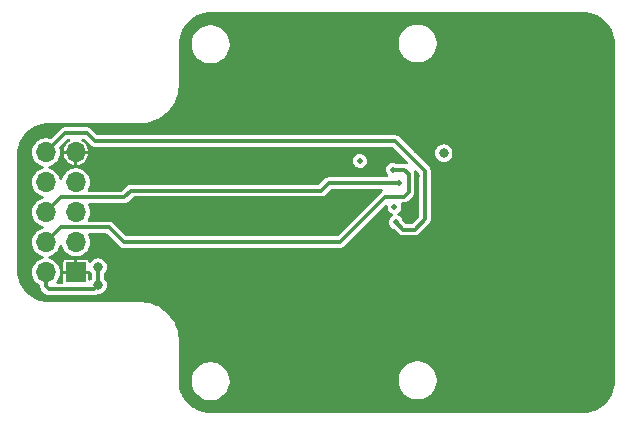
<source format=gbr>
%TF.GenerationSoftware,KiCad,Pcbnew,8.0.4*%
%TF.CreationDate,2024-07-26T08:44:17-07:00*%
%TF.ProjectId,GOLD,474f4c44-2e6b-4696-9361-645f70636258,0*%
%TF.SameCoordinates,Original*%
%TF.FileFunction,Copper,L4,Bot*%
%TF.FilePolarity,Positive*%
%FSLAX46Y46*%
G04 Gerber Fmt 4.6, Leading zero omitted, Abs format (unit mm)*
G04 Created by KiCad (PCBNEW 8.0.4) date 2024-07-26 08:44:17*
%MOMM*%
%LPD*%
G01*
G04 APERTURE LIST*
%TA.AperFunction,ComponentPad*%
%ADD10R,1.700000X1.700000*%
%TD*%
%TA.AperFunction,ComponentPad*%
%ADD11O,1.700000X1.700000*%
%TD*%
%TA.AperFunction,ViaPad*%
%ADD12C,0.800000*%
%TD*%
%TA.AperFunction,ViaPad*%
%ADD13C,0.500000*%
%TD*%
%TA.AperFunction,ViaPad*%
%ADD14C,0.350000*%
%TD*%
%TA.AperFunction,Conductor*%
%ADD15C,0.304800*%
%TD*%
%TA.AperFunction,Conductor*%
%ADD16C,0.330200*%
%TD*%
G04 APERTURE END LIST*
D10*
%TO.P,J1,1,Pin_1*%
%TO.N,GND*%
X-11391681Y9211679D03*
D11*
%TO.P,J1,2,Pin_2*%
%TO.N,+3.3V*%
X-13931681Y9211679D03*
%TO.P,J1,3,Pin_3*%
%TO.N,/GPIO0*%
X-11391681Y11751679D03*
%TO.P,J1,4,Pin_4*%
%TO.N,/GPIO5*%
X-13931681Y11751679D03*
%TO.P,J1,5,Pin_5*%
%TO.N,/GPIO1*%
X-11391681Y14291679D03*
%TO.P,J1,6,Pin_6*%
%TO.N,/GPIO4*%
X-13931681Y14291679D03*
%TO.P,J1,7,Pin_7*%
%TO.N,/GPIO2*%
X-11391681Y16831679D03*
%TO.P,J1,8,Pin_8*%
%TO.N,/GPIO3*%
X-13931681Y16831679D03*
%TO.P,J1,9,Pin_9*%
%TO.N,GND*%
X-11391681Y19371679D03*
%TO.P,J1,10,Pin_10*%
%TO.N,+5V*%
X-13931681Y19371679D03*
%TD*%
D12*
%TO.N,+3.3V*%
X19749869Y19304000D03*
X-9517481Y9652000D03*
D13*
X12656719Y18643600D03*
D12*
X-9517481Y8128000D03*
D13*
X15577719Y14732000D03*
D14*
%TO.N,GND*%
X-6850481Y14732000D03*
X17533519Y17399000D03*
D13*
X33408519Y25578641D03*
D14*
X8897519Y14859000D03*
D12*
X13977519Y11811000D03*
D13*
X33484719Y14148641D03*
X33484719Y17958641D03*
X33484719Y21768641D03*
X33408519Y29388641D03*
X20962519Y18034000D03*
D14*
X8897519Y12827000D03*
D13*
X33484719Y6528641D03*
D12*
X-5707481Y8128000D03*
D13*
X33484719Y2718641D03*
D12*
X-5707481Y9652000D03*
D14*
X8897519Y17145000D03*
D12*
X-5453481Y19304000D03*
X16955869Y20320000D03*
D14*
X-6850481Y12700000D03*
X17152519Y14224000D03*
X-6850481Y17145000D03*
D13*
X33484719Y10338641D03*
%TO.N,+5V*%
X15685869Y13462000D03*
%TO.N,/GPIO4*%
X15939869Y16764000D03*
%TO.N,/GPIO5*%
X15431869Y17907000D03*
%TD*%
D15*
%TO.N,+3.3V*%
X-13931681Y8021000D02*
X-13683081Y7772400D01*
X-9873081Y7772400D02*
X-9517481Y8128000D01*
X-13931681Y9211679D02*
X-13931681Y8021000D01*
X-13683081Y7772400D02*
X-9873081Y7772400D01*
X-9517481Y8128000D02*
X-9517481Y9652000D01*
%TO.N,+5V*%
X-10482681Y21005800D02*
X-9796881Y20320000D01*
X15628519Y20320000D02*
X18168519Y17780000D01*
X-12297560Y21005800D02*
X-10482681Y21005800D01*
X16320869Y12827000D02*
X15685869Y13462000D01*
X-9796881Y20320000D02*
X15628519Y20320000D01*
X-13931681Y19371679D02*
X-12297560Y21005800D01*
X18168519Y17780000D02*
X18168519Y13716000D01*
X18168519Y13716000D02*
X17279519Y12827000D01*
X17279519Y12827000D02*
X16320869Y12827000D01*
D16*
%TO.N,/GPIO4*%
X10023106Y16764000D02*
X15939869Y16764000D01*
X-7307681Y15544800D02*
X-6723481Y16129000D01*
X-12678560Y15544800D02*
X-7307681Y15544800D01*
X-13931681Y14291679D02*
X-12678560Y15544800D01*
X-6723481Y16129000D02*
X9388106Y16129000D01*
X9388106Y16129000D02*
X10023106Y16764000D01*
%TO.N,/GPIO5*%
X16771519Y17526000D02*
X16390519Y17907000D01*
X-12678560Y13004800D02*
X-8552281Y13004800D01*
X14796869Y15621000D02*
X16390519Y15621000D01*
X-8552281Y13004800D02*
X-7299160Y11751679D01*
X16390519Y17907000D02*
X15431869Y17907000D01*
X-13931681Y11751679D02*
X-12678560Y13004800D01*
X-7299160Y11751679D02*
X10927548Y11751679D01*
X16390519Y15621000D02*
X16771519Y16002000D01*
X10927548Y11751679D02*
X14796869Y15621000D01*
X16771519Y16002000D02*
X16771519Y17526000D01*
%TD*%
%TA.AperFunction,Conductor*%
%TO.N,GND*%
G36*
X-10221951Y9351046D02*
G01*
X-10165115Y9308500D01*
X-10159294Y9300025D01*
X-10092381Y9193534D01*
X-10092380Y9193533D01*
X-10037485Y9138638D01*
X-10003461Y9076328D01*
X-10000581Y9049544D01*
X-10000581Y8730457D01*
X-10020583Y8662336D01*
X-10037486Y8641362D01*
X-10092377Y8586472D01*
X-10092380Y8586468D01*
X-10105795Y8565118D01*
X-10158975Y8518081D01*
X-10229142Y8507262D01*
X-10294020Y8536097D01*
X-10333009Y8595429D01*
X-10338481Y8632156D01*
X-10338481Y9084679D01*
X-10908073Y9084679D01*
X-10891681Y9145853D01*
X-10891681Y9277505D01*
X-10908073Y9338679D01*
X-10324686Y9338679D01*
X-10292767Y9356109D01*
X-10221951Y9351046D01*
G37*
%TD.AperFunction*%
%TA.AperFunction,Conductor*%
G36*
X14524135Y16248198D02*
G01*
X14570628Y16194542D01*
X14580732Y16124268D01*
X14551238Y16059688D01*
X14519014Y16033081D01*
X14492444Y16017742D01*
X14492440Y16017738D01*
X10759085Y12284384D01*
X10696773Y12250358D01*
X10669990Y12247479D01*
X-7041603Y12247479D01*
X-7109724Y12267481D01*
X-7130694Y12284380D01*
X-8247852Y13401539D01*
X-8247854Y13401540D01*
X-8247856Y13401542D01*
X-8360908Y13466812D01*
X-8360911Y13466813D01*
X-8458283Y13492904D01*
X-8458284Y13492904D01*
X-8487004Y13500600D01*
X-8487007Y13500600D01*
X-8487008Y13500600D01*
X-10263118Y13500600D01*
X-10331239Y13520602D01*
X-10377732Y13574258D01*
X-10387836Y13644532D01*
X-10375911Y13682758D01*
X-10285995Y13863334D01*
X-10226113Y14073797D01*
X-10205923Y14291679D01*
X-10226113Y14509561D01*
X-10285995Y14720024D01*
X-10359099Y14866838D01*
X-10371557Y14936732D01*
X-10344250Y15002267D01*
X-10285847Y15042636D01*
X-10246308Y15049000D01*
X-7242408Y15049000D01*
X-7242407Y15049000D01*
X-7179359Y15065894D01*
X-7179357Y15065894D01*
X-7157359Y15071789D01*
X-7116309Y15082788D01*
X-7042849Y15125200D01*
X-7003252Y15148061D01*
X-6555019Y15596296D01*
X-6492706Y15630320D01*
X-6465923Y15633200D01*
X9453379Y15633200D01*
X9453380Y15633200D01*
X9519731Y15650979D01*
X9579478Y15666988D01*
X9636006Y15699625D01*
X9692535Y15732261D01*
X10191568Y16231296D01*
X10253881Y16265320D01*
X10280664Y16268200D01*
X14456014Y16268200D01*
X14524135Y16248198D01*
G37*
%TD.AperFunction*%
%TA.AperFunction,Conductor*%
G36*
X17416915Y17838597D02*
G01*
X17450956Y17814356D01*
X17648514Y17616798D01*
X17682540Y17554486D01*
X17685419Y17527703D01*
X17685419Y13968297D01*
X17665417Y13900176D01*
X17648514Y13879202D01*
X17116317Y13347005D01*
X17054005Y13312979D01*
X17027222Y13310100D01*
X16573166Y13310100D01*
X16505045Y13330102D01*
X16484070Y13347005D01*
X16287041Y13544035D01*
X16253016Y13606347D01*
X16251997Y13612193D01*
X16251622Y13613592D01*
X16251621Y13613594D01*
X16229311Y13667458D01*
X16193111Y13754855D01*
X16100029Y13876161D01*
X15978724Y13969243D01*
X15893857Y14004394D01*
X15838576Y14048941D01*
X15816154Y14116304D01*
X15833711Y14185096D01*
X15865370Y14220765D01*
X15991879Y14317840D01*
X16084961Y14439145D01*
X16114127Y14509561D01*
X16143472Y14580407D01*
X16163430Y14732000D01*
X16143472Y14883593D01*
X16129055Y14918399D01*
X16115559Y14950983D01*
X16107970Y15021573D01*
X16139750Y15085060D01*
X16200809Y15121286D01*
X16231968Y15125200D01*
X16455792Y15125200D01*
X16455793Y15125200D01*
X16534016Y15146160D01*
X16581891Y15158988D01*
X16674923Y15212700D01*
X16694948Y15224261D01*
X17168257Y15697571D01*
X17179316Y15716726D01*
X17188288Y15732263D01*
X17233530Y15810626D01*
X17243875Y15849230D01*
X17251441Y15877473D01*
X17267319Y15936726D01*
X17267319Y16067273D01*
X17267319Y17591273D01*
X17267319Y17591276D01*
X17264294Y17602560D01*
X17264294Y17602572D01*
X17264292Y17602571D01*
X17240155Y17692649D01*
X17241844Y17763625D01*
X17281637Y17822422D01*
X17346902Y17850370D01*
X17416915Y17838597D01*
G37*
%TD.AperFunction*%
%TA.AperFunction,Conductor*%
G36*
X-11907383Y20502698D02*
G01*
X-11860890Y20449042D01*
X-11850786Y20378768D01*
X-11880280Y20314188D01*
X-11916108Y20285578D01*
X-11979640Y20251620D01*
X-12140009Y20120007D01*
X-12271622Y19959638D01*
X-12369419Y19776672D01*
X-12429644Y19578135D01*
X-12437469Y19498680D01*
X-12437468Y19498679D01*
X-11875289Y19498679D01*
X-11891681Y19437505D01*
X-11891681Y19305853D01*
X-11875289Y19244679D01*
X-12437468Y19244679D01*
X-12429644Y19165224D01*
X-12369419Y18966687D01*
X-12271622Y18783721D01*
X-12140009Y18623352D01*
X-11979640Y18491739D01*
X-11796674Y18393942D01*
X-11598137Y18333717D01*
X-11518682Y18325892D01*
X-11518681Y18325893D01*
X-11518681Y18888071D01*
X-11457507Y18871679D01*
X-11325855Y18871679D01*
X-11264681Y18888071D01*
X-11264681Y18325892D01*
X-11185226Y18333717D01*
X-10986689Y18393942D01*
X-10803723Y18491739D01*
X-10643354Y18623352D01*
X-10626736Y18643601D01*
X12071008Y18643601D01*
X12071008Y18643600D01*
X12090966Y18492007D01*
X12149476Y18350745D01*
X12242558Y18229440D01*
X12363863Y18136358D01*
X12452942Y18099462D01*
X12505126Y18077847D01*
X12656719Y18057889D01*
X12808312Y18077847D01*
X12897391Y18114745D01*
X12949574Y18136358D01*
X13070879Y18229440D01*
X13163961Y18350745D01*
X13185574Y18402928D01*
X13222472Y18492007D01*
X13242430Y18643600D01*
X13222472Y18795193D01*
X13176677Y18905754D01*
X13163961Y18936455D01*
X13070879Y19057761D01*
X12949574Y19150843D01*
X12808312Y19209353D01*
X12656719Y19229311D01*
X12505125Y19209353D01*
X12363864Y19150843D01*
X12242558Y19057761D01*
X12149476Y18936455D01*
X12090966Y18795194D01*
X12071008Y18643601D01*
X-10626736Y18643601D01*
X-10511741Y18783721D01*
X-10413944Y18966687D01*
X-10353719Y19165224D01*
X-10345894Y19244679D01*
X-10908073Y19244679D01*
X-10891681Y19305853D01*
X-10891681Y19437505D01*
X-10908073Y19498679D01*
X-10345894Y19498679D01*
X-10345894Y19498680D01*
X-10353719Y19578135D01*
X-10413944Y19776672D01*
X-10511741Y19959638D01*
X-10643354Y20120007D01*
X-10803723Y20251620D01*
X-10867254Y20285578D01*
X-10917902Y20335330D01*
X-10933612Y20404567D01*
X-10909396Y20471306D01*
X-10852942Y20514358D01*
X-10807858Y20522700D01*
X-10734979Y20522700D01*
X-10666858Y20502698D01*
X-10645884Y20485796D01*
X-10187863Y20027776D01*
X-10187842Y20027753D01*
X-10093519Y19933430D01*
X-10093515Y19933427D01*
X-10093512Y19933424D01*
X-9983351Y19869822D01*
X-9950428Y19861001D01*
X-9860481Y19836899D01*
X-9860480Y19836899D01*
X-9725562Y19836899D01*
X-9725546Y19836900D01*
X15376222Y19836900D01*
X15444343Y19816898D01*
X15465317Y19799995D01*
X16678873Y18586439D01*
X16712899Y18524127D01*
X16707834Y18453312D01*
X16665287Y18396476D01*
X16598767Y18371665D01*
X16557168Y18375637D01*
X16512147Y18387700D01*
X16479394Y18396476D01*
X16455793Y18402800D01*
X16455792Y18402800D01*
X15777410Y18402800D01*
X15729193Y18412391D01*
X15583462Y18472753D01*
X15431869Y18492711D01*
X15280275Y18472753D01*
X15139014Y18414243D01*
X15017708Y18321161D01*
X14924626Y18199855D01*
X14866116Y18058594D01*
X14846158Y17907001D01*
X14846158Y17907000D01*
X14866116Y17755407D01*
X14924626Y17614145D01*
X15017707Y17492841D01*
X15026934Y17485761D01*
X15068800Y17428423D01*
X15073021Y17357552D01*
X15038255Y17295649D01*
X14975542Y17262369D01*
X14950228Y17259800D01*
X10088380Y17259800D01*
X9957833Y17259800D01*
X9831735Y17226013D01*
X9831733Y17226012D01*
X9831730Y17226011D01*
X9718681Y17160742D01*
X9718675Y17160737D01*
X9219642Y16661704D01*
X9157330Y16627679D01*
X9130547Y16624800D01*
X-6658207Y16624800D01*
X-6788754Y16624800D01*
X-6914852Y16591013D01*
X-6914854Y16591012D01*
X-6914857Y16591011D01*
X-7027906Y16525742D01*
X-7027912Y16525737D01*
X-7476145Y16077504D01*
X-7538457Y16043479D01*
X-7565240Y16040600D01*
X-10263118Y16040600D01*
X-10331239Y16060602D01*
X-10377732Y16114258D01*
X-10387836Y16184532D01*
X-10375911Y16222758D01*
X-10285995Y16403334D01*
X-10226113Y16613797D01*
X-10205923Y16831679D01*
X-10226113Y17049561D01*
X-10285995Y17260024D01*
X-10383529Y17455900D01*
X-10411425Y17492840D01*
X-10515394Y17630519D01*
X-10677101Y17777934D01*
X-10863137Y17893123D01*
X-10863141Y17893125D01*
X-10863143Y17893126D01*
X-10988137Y17941549D01*
X-11067182Y17972171D01*
X-11282273Y18012379D01*
X-11501089Y18012379D01*
X-11501090Y18012379D01*
X-11716181Y17972171D01*
X-11874271Y17910927D01*
X-11920219Y17893126D01*
X-11920220Y17893126D01*
X-11920221Y17893125D01*
X-11920226Y17893123D01*
X-12106262Y17777934D01*
X-12267969Y17630519D01*
X-12399831Y17455904D01*
X-12497367Y17260024D01*
X-12497369Y17260019D01*
X-12540491Y17108459D01*
X-12578372Y17048413D01*
X-12642702Y17018379D01*
X-12713059Y17027892D01*
X-12767103Y17073932D01*
X-12782871Y17108459D01*
X-12825995Y17260024D01*
X-12923529Y17455900D01*
X-12951425Y17492840D01*
X-13055394Y17630519D01*
X-13217101Y17777934D01*
X-13403137Y17893123D01*
X-13403141Y17893125D01*
X-13403143Y17893126D01*
X-13528137Y17941549D01*
X-13607182Y17972171D01*
X-13613679Y17973386D01*
X-13637430Y17977826D01*
X-13700712Y18010003D01*
X-13736554Y18071288D01*
X-13733573Y18142222D01*
X-13692715Y18200284D01*
X-13637430Y18225533D01*
X-13607183Y18231187D01*
X-13403143Y18310232D01*
X-13217102Y18425424D01*
X-13055395Y18572839D01*
X-13044616Y18587112D01*
X-12937389Y18729105D01*
X-12923529Y18747458D01*
X-12825995Y18943334D01*
X-12766113Y19153797D01*
X-12745923Y19371679D01*
X-12752287Y19440352D01*
X-12766113Y19589558D01*
X-12766113Y19589561D01*
X-12804433Y19724242D01*
X-12803837Y19795233D01*
X-12772340Y19847815D01*
X-12134357Y20485796D01*
X-12072045Y20519821D01*
X-12045262Y20522700D01*
X-11975504Y20522700D01*
X-11907383Y20502698D01*
G37*
%TD.AperFunction*%
%TA.AperFunction,Conductor*%
G36*
X31555044Y31222663D02*
G01*
X31846703Y31206283D01*
X31860739Y31204702D01*
X32145244Y31156362D01*
X32159002Y31153222D01*
X32436309Y31073331D01*
X32449640Y31068666D01*
X32716249Y30958232D01*
X32728979Y30952101D01*
X32981548Y30812512D01*
X32993498Y30805003D01*
X33215277Y30647641D01*
X33228854Y30638008D01*
X33239901Y30629198D01*
X33455069Y30436910D01*
X33465051Y30426929D01*
X33657359Y30211735D01*
X33666150Y30200711D01*
X33801249Y30010306D01*
X33833148Y29965349D01*
X33840665Y29953385D01*
X33980247Y29700827D01*
X33986378Y29688097D01*
X34096810Y29421488D01*
X34101477Y29408151D01*
X34181363Y29130855D01*
X34184507Y29117079D01*
X34232842Y28832586D01*
X34234424Y28818545D01*
X34250820Y28526556D01*
X34251018Y28519492D01*
X34251018Y28465619D01*
X34251019Y28465606D01*
X34251019Y55326D01*
X34251018Y55308D01*
X34251018Y3535D01*
X34250820Y-3529D01*
X34234443Y-295187D01*
X34232861Y-309228D01*
X34184526Y-593722D01*
X34181382Y-607498D01*
X34101495Y-884797D01*
X34096828Y-898134D01*
X33986395Y-1164745D01*
X33980264Y-1177475D01*
X33840676Y-1430043D01*
X33833164Y-1441999D01*
X33666173Y-1677354D01*
X33657363Y-1688401D01*
X33465079Y-1903568D01*
X33455088Y-1913560D01*
X33239913Y-2105853D01*
X33228866Y-2114663D01*
X32993512Y-2281656D01*
X32981548Y-2289173D01*
X32728986Y-2428760D01*
X32716256Y-2434891D01*
X32449650Y-2545324D01*
X32436312Y-2549991D01*
X32159015Y-2629879D01*
X32145240Y-2633023D01*
X31860743Y-2681361D01*
X31846702Y-2682943D01*
X31555418Y-2699302D01*
X31548353Y-2699500D01*
X3540Y-2699500D01*
X-3525Y-2699302D01*
X-13780Y-2698726D01*
X-295179Y-2682921D01*
X-309219Y-2681339D01*
X-593720Y-2632999D01*
X-607496Y-2629854D01*
X-884777Y-2549968D01*
X-898107Y-2545305D01*
X-1164725Y-2434867D01*
X-1177452Y-2428737D01*
X-1430020Y-2289144D01*
X-1441983Y-2281627D01*
X-1677324Y-2114641D01*
X-1688371Y-2105831D01*
X-1903538Y-1913544D01*
X-1913529Y-1903553D01*
X-2105821Y-1688376D01*
X-2114619Y-1677344D01*
X-2281614Y-1441984D01*
X-2289127Y-1430026D01*
X-2428717Y-1177451D01*
X-2434847Y-1164721D01*
X-2545273Y-898125D01*
X-2549937Y-884797D01*
X-2629828Y-607481D01*
X-2632968Y-593722D01*
X-2681305Y-309221D01*
X-2682886Y-295184D01*
X-2699274Y-3342D01*
X-2699469Y4473D01*
X-2699199Y48494D01*
X-2698723Y126277D01*
X-1596981Y126277D01*
X-1596981Y-126277D01*
X-1557472Y-375721D01*
X-1557471Y-375725D01*
X-1482166Y-607493D01*
X-1479429Y-615914D01*
X-1364772Y-840941D01*
X-1216325Y-1045261D01*
X-1216323Y-1045263D01*
X-1216321Y-1045266D01*
X-1037748Y-1223839D01*
X-1037745Y-1223841D01*
X-1037742Y-1223844D01*
X-833422Y-1372291D01*
X-608395Y-1486948D01*
X-368202Y-1564991D01*
X-118758Y-1604500D01*
X-118755Y-1604500D01*
X133793Y-1604500D01*
X133796Y-1604500D01*
X383240Y-1564991D01*
X623433Y-1486948D01*
X848460Y-1372291D01*
X1052780Y-1223844D01*
X1231363Y-1045261D01*
X1379810Y-840941D01*
X1494467Y-615914D01*
X1572510Y-375721D01*
X1612019Y-126277D01*
X1612019Y126277D01*
X1603840Y177918D01*
X15929019Y177918D01*
X15929019Y-74636D01*
X15966176Y-309228D01*
X15968529Y-324084D01*
X16031216Y-517017D01*
X16046571Y-564273D01*
X16161228Y-789300D01*
X16309675Y-993620D01*
X16309677Y-993622D01*
X16309679Y-993625D01*
X16488252Y-1172198D01*
X16488255Y-1172200D01*
X16488258Y-1172203D01*
X16692578Y-1320650D01*
X16917605Y-1435307D01*
X17157798Y-1513350D01*
X17407242Y-1552859D01*
X17407245Y-1552859D01*
X17659793Y-1552859D01*
X17659796Y-1552859D01*
X17909240Y-1513350D01*
X18149433Y-1435307D01*
X18374460Y-1320650D01*
X18578780Y-1172203D01*
X18757363Y-993620D01*
X18905810Y-789300D01*
X19020467Y-564273D01*
X19098510Y-324080D01*
X19138019Y-74636D01*
X19138019Y177918D01*
X19098510Y427362D01*
X19020467Y667555D01*
X18905810Y892582D01*
X18757363Y1096902D01*
X18757360Y1096905D01*
X18757358Y1096908D01*
X18578785Y1275481D01*
X18578782Y1275483D01*
X18578780Y1275485D01*
X18374460Y1423932D01*
X18149433Y1538589D01*
X18149430Y1538590D01*
X18149428Y1538591D01*
X17909244Y1616631D01*
X17909242Y1616632D01*
X17909240Y1616632D01*
X17659796Y1656141D01*
X17407242Y1656141D01*
X17157798Y1616632D01*
X17157796Y1616632D01*
X17157793Y1616631D01*
X16917609Y1538591D01*
X16917603Y1538588D01*
X16692574Y1423930D01*
X16488255Y1275483D01*
X16488252Y1275481D01*
X16309679Y1096908D01*
X16309677Y1096905D01*
X16161230Y892586D01*
X16046572Y667557D01*
X16046569Y667551D01*
X15968529Y427367D01*
X15968528Y427364D01*
X15968528Y427362D01*
X15929019Y177918D01*
X1603840Y177918D01*
X1572510Y375721D01*
X1494467Y615914D01*
X1379810Y840941D01*
X1231363Y1045261D01*
X1231360Y1045264D01*
X1231358Y1045267D01*
X1052785Y1223840D01*
X1052782Y1223842D01*
X1052780Y1223844D01*
X848460Y1372291D01*
X623433Y1486948D01*
X623430Y1486949D01*
X623428Y1486950D01*
X383244Y1564990D01*
X383242Y1564991D01*
X383240Y1564991D01*
X133796Y1604500D01*
X-118758Y1604500D01*
X-368202Y1564991D01*
X-368204Y1564991D01*
X-368207Y1564990D01*
X-608391Y1486950D01*
X-608397Y1486947D01*
X-833426Y1372289D01*
X-1037745Y1223842D01*
X-1037748Y1223840D01*
X-1216321Y1045267D01*
X-1216323Y1045264D01*
X-1364770Y840945D01*
X-1479428Y615916D01*
X-1479431Y615910D01*
X-1557471Y375726D01*
X-1557472Y375723D01*
X-1557472Y375721D01*
X-1596981Y126277D01*
X-2698723Y126277D01*
X-2679186Y3318941D01*
X-2678993Y3321249D01*
X-2678831Y3376611D01*
X-2678830Y3377013D01*
X-2678818Y3379016D01*
X-2678592Y3415861D01*
X-2678594Y3415867D01*
X-2678555Y3422173D01*
X-2678752Y3425376D01*
X-2678398Y3550302D01*
X-2713635Y3894584D01*
X-2713635Y3894588D01*
X-2784733Y4233282D01*
X-2890907Y4562669D01*
X-2890913Y4562685D01*
X-2970110Y4741593D01*
X-3030995Y4879136D01*
X-3203451Y5179187D01*
X-3406381Y5459529D01*
X-3637552Y5717078D01*
X-3637559Y5717085D01*
X-3894413Y5948993D01*
X-3894424Y5949003D01*
X-4076460Y6081586D01*
X-4174163Y6152747D01*
X-4174165Y6152749D01*
X-4174170Y6152752D01*
X-4174174Y6152755D01*
X-4174181Y6152759D01*
X-4473718Y6326086D01*
X-4473722Y6326088D01*
X-4575800Y6371632D01*
X-4789766Y6467097D01*
X-4789772Y6467099D01*
X-4789781Y6467103D01*
X-5118848Y6574237D01*
X-5118857Y6574240D01*
X-5457322Y6646323D01*
X-5457333Y6646325D01*
X-5457334Y6646325D01*
X-5457337Y6646326D01*
X-5457341Y6646326D01*
X-5801514Y6682571D01*
X-5926750Y6682584D01*
X-5926822Y6682588D01*
X-5934993Y6682588D01*
X-5974551Y6682588D01*
X-5974557Y6682589D01*
X-6022147Y6682589D01*
X-6022148Y6682589D01*
X-6032296Y6682589D01*
X-6032308Y6682588D01*
X-13622484Y6682588D01*
X-13622496Y6682589D01*
X-13676705Y6682589D01*
X-13683768Y6682787D01*
X-13975427Y6699162D01*
X-13989468Y6700744D01*
X-14273965Y6749077D01*
X-14287741Y6752221D01*
X-14500736Y6813581D01*
X-14565045Y6832108D01*
X-14578374Y6836772D01*
X-14681509Y6879490D01*
X-14844983Y6947202D01*
X-14857714Y6953332D01*
X-15110285Y7092920D01*
X-15122249Y7100438D01*
X-15357597Y7267423D01*
X-15368644Y7276233D01*
X-15583822Y7468526D01*
X-15593813Y7478517D01*
X-15786108Y7693693D01*
X-15794918Y7704740D01*
X-15961904Y7940082D01*
X-15969422Y7952046D01*
X-15972381Y7957399D01*
X-16109013Y8204615D01*
X-16115144Y8217346D01*
X-16210289Y8447045D01*
X-16225578Y8483956D01*
X-16230244Y8497290D01*
X-16233117Y8507262D01*
X-16310134Y8774597D01*
X-16313274Y8788355D01*
X-16361615Y9072863D01*
X-16363196Y9086903D01*
X-16370203Y9211675D01*
X-16379537Y9377904D01*
X-16379735Y9384968D01*
X-16379735Y19141630D01*
X-16379537Y19148694D01*
X-16370022Y19318138D01*
X-16367015Y19371684D01*
X-15117439Y19371684D01*
X-15117439Y19371675D01*
X-15097250Y19153801D01*
X-15097250Y19153798D01*
X-15097249Y19153797D01*
X-15037367Y18943334D01*
X-14939833Y18747458D01*
X-14939832Y18747457D01*
X-14939831Y18747455D01*
X-14807969Y18572840D01*
X-14646262Y18425425D01*
X-14460226Y18310236D01*
X-14460225Y18310236D01*
X-14460219Y18310232D01*
X-14256179Y18231187D01*
X-14256176Y18231186D01*
X-14225936Y18225533D01*
X-14162651Y18193354D01*
X-14126809Y18132069D01*
X-14129790Y18061135D01*
X-14170648Y18003074D01*
X-14225936Y17977825D01*
X-14256176Y17972173D01*
X-14416994Y17909872D01*
X-14460219Y17893126D01*
X-14460220Y17893126D01*
X-14460221Y17893125D01*
X-14460226Y17893123D01*
X-14646262Y17777934D01*
X-14807969Y17630519D01*
X-14939831Y17455904D01*
X-15037367Y17260024D01*
X-15037369Y17260019D01*
X-15097250Y17049558D01*
X-15117439Y16831684D01*
X-15117439Y16831675D01*
X-15097250Y16613801D01*
X-15097250Y16613798D01*
X-15097249Y16613797D01*
X-15037367Y16403334D01*
X-14939833Y16207458D01*
X-14939832Y16207457D01*
X-14939831Y16207455D01*
X-14807969Y16032840D01*
X-14646262Y15885425D01*
X-14460226Y15770236D01*
X-14460225Y15770236D01*
X-14460219Y15770232D01*
X-14272650Y15697568D01*
X-14256176Y15691186D01*
X-14225936Y15685533D01*
X-14162651Y15653354D01*
X-14126809Y15592069D01*
X-14129790Y15521135D01*
X-14170648Y15463074D01*
X-14225936Y15437825D01*
X-14256176Y15432173D01*
X-14416994Y15369872D01*
X-14460219Y15353126D01*
X-14460220Y15353126D01*
X-14460221Y15353125D01*
X-14460226Y15353123D01*
X-14646262Y15237934D01*
X-14807969Y15090519D01*
X-14939831Y14915904D01*
X-15037367Y14720024D01*
X-15037369Y14720019D01*
X-15097250Y14509558D01*
X-15117439Y14291684D01*
X-15117439Y14291675D01*
X-15097250Y14073801D01*
X-15041017Y13876160D01*
X-15037367Y13863334D01*
X-14939833Y13667458D01*
X-14939832Y13667457D01*
X-14939831Y13667455D01*
X-14807969Y13492840D01*
X-14646262Y13345425D01*
X-14460226Y13230236D01*
X-14460225Y13230236D01*
X-14460219Y13230232D01*
X-14256179Y13151187D01*
X-14256176Y13151186D01*
X-14225936Y13145533D01*
X-14162651Y13113354D01*
X-14126809Y13052069D01*
X-14129790Y12981135D01*
X-14170648Y12923074D01*
X-14225936Y12897825D01*
X-14256176Y12892173D01*
X-14416994Y12829872D01*
X-14460219Y12813126D01*
X-14460220Y12813126D01*
X-14460221Y12813125D01*
X-14460226Y12813123D01*
X-14646262Y12697934D01*
X-14807969Y12550519D01*
X-14939831Y12375904D01*
X-15037367Y12180024D01*
X-15037369Y12180019D01*
X-15097250Y11969558D01*
X-15117439Y11751684D01*
X-15117439Y11751675D01*
X-15097250Y11533801D01*
X-15046362Y11354946D01*
X-15037367Y11323334D01*
X-14939833Y11127458D01*
X-14939832Y11127457D01*
X-14939831Y11127455D01*
X-14807969Y10952840D01*
X-14646262Y10805425D01*
X-14460226Y10690236D01*
X-14460225Y10690236D01*
X-14460219Y10690232D01*
X-14256179Y10611187D01*
X-14256176Y10611186D01*
X-14225936Y10605533D01*
X-14162651Y10573354D01*
X-14126809Y10512069D01*
X-14129790Y10441135D01*
X-14170648Y10383074D01*
X-14225936Y10357825D01*
X-14256176Y10352173D01*
X-14416994Y10289872D01*
X-14460219Y10273126D01*
X-14460220Y10273126D01*
X-14460221Y10273125D01*
X-14460226Y10273123D01*
X-14646262Y10157934D01*
X-14807969Y10010519D01*
X-14939831Y9835904D01*
X-15037367Y9640024D01*
X-15037369Y9640019D01*
X-15097250Y9429558D01*
X-15117439Y9211684D01*
X-15117439Y9211675D01*
X-15097250Y8993801D01*
X-15097250Y8993798D01*
X-15097249Y8993797D01*
X-15037367Y8783334D01*
X-14939833Y8587458D01*
X-14939832Y8587457D01*
X-14939831Y8587455D01*
X-14807969Y8412840D01*
X-14646260Y8265424D01*
X-14646259Y8265423D01*
X-14474451Y8159044D01*
X-14427063Y8106178D01*
X-14414781Y8051917D01*
X-14414781Y7957399D01*
X-14381859Y7834530D01*
X-14381858Y7834528D01*
X-14381857Y7834526D01*
X-14318260Y7724373D01*
X-14318258Y7724371D01*
X-14318257Y7724369D01*
X-14069658Y7475770D01*
X-14069657Y7475769D01*
X-13979712Y7385824D01*
X-13869551Y7322222D01*
X-13746682Y7289300D01*
X-13746681Y7289300D01*
X-9809482Y7289300D01*
X-9809480Y7289300D01*
X-9686611Y7322222D01*
X-9592795Y7376388D01*
X-9523805Y7393124D01*
X-9518214Y7392676D01*
X-9517484Y7392676D01*
X-9517483Y7392677D01*
X-9517481Y7392676D01*
X-9353856Y7411112D01*
X-9198436Y7465496D01*
X-9059014Y7553101D01*
X-8942582Y7669533D01*
X-8854977Y7808955D01*
X-8800593Y7964375D01*
X-8782157Y8128000D01*
X-8800593Y8291625D01*
X-8854977Y8447045D01*
X-8942582Y8586467D01*
X-8942586Y8586471D01*
X-8942586Y8586472D01*
X-8997476Y8641362D01*
X-9031502Y8703674D01*
X-9034381Y8730457D01*
X-9034381Y9049544D01*
X-9014379Y9117665D01*
X-8997481Y9138635D01*
X-8942582Y9193533D01*
X-8854977Y9332955D01*
X-8800593Y9488375D01*
X-8782157Y9652000D01*
X-8800593Y9815625D01*
X-8854977Y9971045D01*
X-8942582Y10110467D01*
X-8942586Y10110471D01*
X-8942586Y10110472D01*
X-9059010Y10226896D01*
X-9059013Y10226898D01*
X-9059014Y10226899D01*
X-9138062Y10276569D01*
X-9198437Y10314505D01*
X-9322240Y10357825D01*
X-9353856Y10368888D01*
X-9517481Y10387324D01*
X-9681106Y10368888D01*
X-9681109Y10368888D01*
X-9681109Y10368887D01*
X-9836526Y10314505D01*
X-9930314Y10255574D01*
X-9975948Y10226899D01*
X-9975950Y10226898D01*
X-9975952Y10226896D01*
X-9975953Y10226896D01*
X-10092377Y10110472D01*
X-10092380Y10110468D01*
X-10115171Y10074197D01*
X-10168351Y10027160D01*
X-10238518Y10016341D01*
X-10303396Y10045176D01*
X-10342386Y10104508D01*
X-10345436Y10116656D01*
X-10350271Y10140965D01*
X-10395182Y10208179D01*
X-10462395Y10253089D01*
X-10521667Y10264879D01*
X-11264681Y10264879D01*
X-11264681Y9695288D01*
X-11325855Y9711679D01*
X-11457507Y9711679D01*
X-11518681Y9695288D01*
X-11518681Y10264879D01*
X-12261696Y10264879D01*
X-12320968Y10253089D01*
X-12388181Y10208179D01*
X-12433091Y10140966D01*
X-12444881Y10081694D01*
X-12444881Y9338679D01*
X-11875289Y9338679D01*
X-11891681Y9277505D01*
X-11891681Y9145853D01*
X-11875289Y9084679D01*
X-12444881Y9084679D01*
X-12444881Y8381500D01*
X-12464883Y8313379D01*
X-12518539Y8266886D01*
X-12570881Y8255500D01*
X-12921169Y8255500D01*
X-12989290Y8275502D01*
X-13035783Y8329158D01*
X-13045887Y8399432D01*
X-13021719Y8457432D01*
X-12962315Y8536097D01*
X-12923529Y8587458D01*
X-12825995Y8783334D01*
X-12766113Y8993797D01*
X-12752023Y9145853D01*
X-12745923Y9211675D01*
X-12745923Y9211684D01*
X-12766113Y9429558D01*
X-12766113Y9429561D01*
X-12825995Y9640024D01*
X-12923529Y9835900D01*
X-12923532Y9835904D01*
X-13055394Y10010519D01*
X-13217101Y10157934D01*
X-13403137Y10273123D01*
X-13403141Y10273125D01*
X-13403143Y10273126D01*
X-13528137Y10321549D01*
X-13607182Y10352171D01*
X-13613679Y10353386D01*
X-13637430Y10357826D01*
X-13700712Y10390003D01*
X-13736554Y10451288D01*
X-13733573Y10522222D01*
X-13692715Y10580284D01*
X-13637430Y10605533D01*
X-13607183Y10611187D01*
X-13403143Y10690232D01*
X-13217102Y10805424D01*
X-13055395Y10952839D01*
X-12923529Y11127458D01*
X-12825995Y11323334D01*
X-12782871Y11474900D01*
X-12744990Y11534946D01*
X-12680660Y11564980D01*
X-12610303Y11555467D01*
X-12556259Y11509427D01*
X-12540491Y11474899D01*
X-12506361Y11354942D01*
X-12497367Y11323334D01*
X-12399833Y11127458D01*
X-12399832Y11127457D01*
X-12399831Y11127455D01*
X-12267969Y10952840D01*
X-12106262Y10805425D01*
X-11920226Y10690236D01*
X-11920225Y10690236D01*
X-11920219Y10690232D01*
X-11716179Y10611187D01*
X-11501089Y10570979D01*
X-11501085Y10570979D01*
X-11282277Y10570979D01*
X-11282273Y10570979D01*
X-11067183Y10611187D01*
X-10863143Y10690232D01*
X-10677102Y10805424D01*
X-10515395Y10952839D01*
X-10383529Y11127458D01*
X-10285995Y11323334D01*
X-10226113Y11533797D01*
X-10205923Y11751679D01*
X-10226113Y11969561D01*
X-10285995Y12180024D01*
X-10359099Y12326838D01*
X-10371557Y12396732D01*
X-10344250Y12462267D01*
X-10285847Y12502636D01*
X-10246308Y12509000D01*
X-8809839Y12509000D01*
X-8741718Y12488998D01*
X-8720744Y12472095D01*
X-8000332Y11751684D01*
X-7695899Y11447251D01*
X-7603588Y11354940D01*
X-7603587Y11354939D01*
X-7603585Y11354938D01*
X-7548855Y11323340D01*
X-7490532Y11289667D01*
X-7490526Y11289666D01*
X-7490525Y11289665D01*
X-7427484Y11272773D01*
X-7427483Y11272773D01*
X-7364434Y11255879D01*
X-7364433Y11255879D01*
X10992821Y11255879D01*
X10992822Y11255879D01*
X11055870Y11272773D01*
X11055872Y11272773D01*
X11105591Y11286096D01*
X11118920Y11289667D01*
X11177233Y11323334D01*
X11231977Y11354940D01*
X14787607Y14910572D01*
X14849917Y14944595D01*
X14920732Y14939531D01*
X14977568Y14896984D01*
X15002379Y14830464D01*
X15001622Y14805029D01*
X14992008Y14732002D01*
X14992008Y14732000D01*
X15011966Y14580407D01*
X15070476Y14439145D01*
X15163558Y14317840D01*
X15284863Y14224758D01*
X15369731Y14189606D01*
X15425012Y14145059D01*
X15447434Y14077696D01*
X15429877Y14008904D01*
X15398218Y13973235D01*
X15271708Y13876161D01*
X15178626Y13754855D01*
X15120116Y13613594D01*
X15100158Y13462001D01*
X15100158Y13462000D01*
X15120116Y13310407D01*
X15178626Y13169145D01*
X15271708Y13047840D01*
X15393013Y12954758D01*
X15492902Y12913385D01*
X15534276Y12896247D01*
X15534277Y12896247D01*
X15542254Y12894109D01*
X15541690Y12892007D01*
X15596112Y12867932D01*
X15603834Y12860828D01*
X15929887Y12534776D01*
X15929908Y12534753D01*
X16024231Y12440430D01*
X16024235Y12440427D01*
X16024238Y12440424D01*
X16134399Y12376822D01*
X16167322Y12368001D01*
X16257269Y12343899D01*
X16257270Y12343899D01*
X16392188Y12343899D01*
X16392204Y12343900D01*
X17343118Y12343900D01*
X17343120Y12343900D01*
X17465989Y12376822D01*
X17576150Y12440424D01*
X18454774Y13319051D01*
X18454784Y13319058D01*
X18555089Y13419363D01*
X18555095Y13419369D01*
X18618697Y13529530D01*
X18651619Y13652399D01*
X18651619Y17843601D01*
X18618697Y17966470D01*
X18599802Y17999197D01*
X18555097Y18076628D01*
X18555093Y18076633D01*
X18553878Y18077848D01*
X18465150Y18166576D01*
X17327726Y19304000D01*
X19014545Y19304000D01*
X19032981Y19140375D01*
X19032982Y19140373D01*
X19087364Y18984956D01*
X19109266Y18950100D01*
X19174970Y18845533D01*
X19174973Y18845530D01*
X19174973Y18845529D01*
X19291397Y18729105D01*
X19291399Y18729104D01*
X19291402Y18729101D01*
X19430824Y18641496D01*
X19586244Y18587112D01*
X19749869Y18568676D01*
X19913494Y18587112D01*
X20068914Y18641496D01*
X20208336Y18729101D01*
X20324768Y18845533D01*
X20412373Y18984955D01*
X20466757Y19140375D01*
X20485193Y19304000D01*
X20466757Y19467625D01*
X20412373Y19623045D01*
X20324768Y19762467D01*
X20324764Y19762471D01*
X20324764Y19762472D01*
X20208340Y19878896D01*
X20208337Y19878898D01*
X20208336Y19878899D01*
X20121551Y19933430D01*
X20068913Y19966505D01*
X19962589Y20003709D01*
X19913494Y20020888D01*
X19749869Y20039324D01*
X19586244Y20020888D01*
X19586241Y20020888D01*
X19586241Y20020887D01*
X19430824Y19966505D01*
X19337036Y19907574D01*
X19291402Y19878899D01*
X19291400Y19878898D01*
X19291398Y19878896D01*
X19291397Y19878896D01*
X19174973Y19762472D01*
X19174973Y19762471D01*
X19174971Y19762469D01*
X19174970Y19762467D01*
X19160156Y19738890D01*
X19087364Y19623045D01*
X19043847Y19498679D01*
X19032981Y19467625D01*
X19014545Y19304000D01*
X17327726Y19304000D01*
X17260042Y19371684D01*
X15925156Y20706571D01*
X15925146Y20706579D01*
X15814993Y20770176D01*
X15814991Y20770177D01*
X15814989Y20770178D01*
X15692120Y20803100D01*
X15692119Y20803100D01*
X-9544584Y20803100D01*
X-9612705Y20823102D01*
X-9633680Y20840005D01*
X-10186048Y21392374D01*
X-10186054Y21392379D01*
X-10296207Y21455976D01*
X-10296209Y21455977D01*
X-10296211Y21455978D01*
X-10419080Y21488900D01*
X-12233959Y21488900D01*
X-12361161Y21488900D01*
X-12484030Y21455978D01*
X-12484032Y21455977D01*
X-12484035Y21455976D01*
X-12594188Y21392379D01*
X-12594194Y21392374D01*
X-13453421Y20533148D01*
X-13515733Y20499123D01*
X-13586549Y20504188D01*
X-13588030Y20504752D01*
X-13607178Y20512170D01*
X-13618883Y20514358D01*
X-13822273Y20552379D01*
X-14041089Y20552379D01*
X-14041090Y20552379D01*
X-14256181Y20512171D01*
X-14414271Y20450927D01*
X-14460219Y20433126D01*
X-14460220Y20433126D01*
X-14460221Y20433125D01*
X-14460226Y20433123D01*
X-14646262Y20317934D01*
X-14807969Y20170519D01*
X-14939831Y19995904D01*
X-15037367Y19800024D01*
X-15037369Y19800019D01*
X-15097250Y19589558D01*
X-15117439Y19371684D01*
X-16367015Y19371684D01*
X-16363159Y19440358D01*
X-16361577Y19454393D01*
X-16313239Y19738898D01*
X-16310097Y19752659D01*
X-16230208Y20029957D01*
X-16225544Y20043287D01*
X-16172842Y20170519D01*
X-16115109Y20309900D01*
X-16108980Y20322625D01*
X-16026807Y20471306D01*
X-15969390Y20575196D01*
X-15961882Y20587145D01*
X-15794881Y20822509D01*
X-15786083Y20833541D01*
X-15593779Y21048726D01*
X-15583807Y21058698D01*
X-15368622Y21250997D01*
X-15357586Y21259798D01*
X-15122219Y21426797D01*
X-15110285Y21434297D01*
X-14857682Y21573903D01*
X-14844977Y21580020D01*
X-14578347Y21690458D01*
X-14565049Y21695112D01*
X-14287721Y21775005D01*
X-14273968Y21778144D01*
X-13989456Y21826481D01*
X-13975432Y21828061D01*
X-13723023Y21842232D01*
X-13683142Y21844470D01*
X-13676081Y21844668D01*
X-13632645Y21844667D01*
X-13632642Y21844668D01*
X-6023981Y21844668D01*
X-6023927Y21844653D01*
X-5971752Y21844654D01*
X-5971752Y21844653D01*
X-5798781Y21844655D01*
X-5454732Y21880819D01*
X-5116349Y21952747D01*
X-4787337Y22059651D01*
X-4471303Y22200361D01*
X-4171708Y22373334D01*
X-3891834Y22576676D01*
X-3634748Y22808158D01*
X-3403267Y23065245D01*
X-3199927Y23345119D01*
X-3026955Y23644716D01*
X-2886247Y23960751D01*
X-2779344Y24289763D01*
X-2707418Y24628147D01*
X-2671256Y24972195D01*
X-2671256Y25097413D01*
X-2671152Y25099021D01*
X-2671169Y25106278D01*
X-2671167Y25106282D01*
X-2671255Y25145368D01*
X-2671255Y25192761D01*
X-2671255Y25201623D01*
X-2671386Y25203257D01*
X-2678853Y28519708D01*
X-2678655Y28527046D01*
X-2671771Y28649636D01*
X-1596981Y28649636D01*
X-1596981Y28397082D01*
X-1557472Y28147638D01*
X-1479429Y27907445D01*
X-1364772Y27682418D01*
X-1216325Y27478098D01*
X-1216323Y27478096D01*
X-1216321Y27478093D01*
X-1037748Y27299520D01*
X-1037745Y27299518D01*
X-1037742Y27299515D01*
X-833422Y27151068D01*
X-608395Y27036411D01*
X-368202Y26958368D01*
X-118758Y26918859D01*
X-118755Y26918859D01*
X133793Y26918859D01*
X133796Y26918859D01*
X383240Y26958368D01*
X623433Y27036411D01*
X848460Y27151068D01*
X1052780Y27299515D01*
X1231363Y27478098D01*
X1379810Y27682418D01*
X1494467Y27907445D01*
X1572510Y28147638D01*
X1612019Y28397082D01*
X1612019Y28649636D01*
X1603840Y28701277D01*
X15929019Y28701277D01*
X15929019Y28448723D01*
X15968528Y28199279D01*
X16046571Y27959086D01*
X16161228Y27734059D01*
X16309675Y27529739D01*
X16309677Y27529737D01*
X16309679Y27529734D01*
X16488252Y27351161D01*
X16488255Y27351159D01*
X16488258Y27351156D01*
X16692578Y27202709D01*
X16917605Y27088052D01*
X17157798Y27010009D01*
X17407242Y26970500D01*
X17407245Y26970500D01*
X17659793Y26970500D01*
X17659796Y26970500D01*
X17909240Y27010009D01*
X18149433Y27088052D01*
X18374460Y27202709D01*
X18578780Y27351156D01*
X18757363Y27529739D01*
X18905810Y27734059D01*
X19020467Y27959086D01*
X19098510Y28199279D01*
X19138019Y28448723D01*
X19138019Y28701277D01*
X19098510Y28950721D01*
X19020467Y29190914D01*
X18905810Y29415941D01*
X18757363Y29620261D01*
X18757360Y29620264D01*
X18757358Y29620267D01*
X18578785Y29798840D01*
X18578782Y29798842D01*
X18578780Y29798844D01*
X18374460Y29947291D01*
X18149433Y30061948D01*
X18149430Y30061949D01*
X18149428Y30061950D01*
X17909244Y30139990D01*
X17909242Y30139991D01*
X17909240Y30139991D01*
X17659796Y30179500D01*
X17407242Y30179500D01*
X17157798Y30139991D01*
X17157796Y30139991D01*
X17157793Y30139990D01*
X16917609Y30061950D01*
X16917603Y30061947D01*
X16692574Y29947289D01*
X16488255Y29798842D01*
X16488252Y29798840D01*
X16309679Y29620267D01*
X16309677Y29620264D01*
X16161230Y29415945D01*
X16046572Y29190916D01*
X16046569Y29190910D01*
X15968529Y28950726D01*
X15968528Y28950723D01*
X15968528Y28950721D01*
X15929019Y28701277D01*
X1603840Y28701277D01*
X1572510Y28899080D01*
X1494467Y29139273D01*
X1379810Y29364300D01*
X1231363Y29568620D01*
X1231360Y29568623D01*
X1231358Y29568626D01*
X1052785Y29747199D01*
X1052782Y29747201D01*
X1052780Y29747203D01*
X848460Y29895650D01*
X623433Y30010307D01*
X623430Y30010308D01*
X623428Y30010309D01*
X383244Y30088349D01*
X383242Y30088350D01*
X383240Y30088350D01*
X133796Y30127859D01*
X-118758Y30127859D01*
X-368202Y30088350D01*
X-368204Y30088350D01*
X-368207Y30088349D01*
X-608391Y30010309D01*
X-608397Y30010306D01*
X-833426Y29895648D01*
X-1037745Y29747201D01*
X-1037748Y29747199D01*
X-1216321Y29568626D01*
X-1216323Y29568623D01*
X-1364770Y29364304D01*
X-1479428Y29139275D01*
X-1479431Y29139269D01*
X-1557471Y28899085D01*
X-1557472Y28899082D01*
X-1557472Y28899080D01*
X-1596981Y28649636D01*
X-2671771Y28649636D01*
X-2662286Y28818546D01*
X-2660704Y28832587D01*
X-2612365Y29117098D01*
X-2609224Y29130855D01*
X-2529334Y29408168D01*
X-2524679Y29421472D01*
X-2414236Y29688107D01*
X-2408107Y29700831D01*
X-2404269Y29707774D01*
X-2268523Y29953391D01*
X-2261013Y29965344D01*
X-2094010Y30200714D01*
X-2085201Y30211757D01*
X-1985427Y30323405D01*
X-1892908Y30426935D01*
X-1882937Y30436906D01*
X-1667757Y30629202D01*
X-1656713Y30638009D01*
X-1421346Y30805011D01*
X-1409393Y30812521D01*
X-1156827Y30952109D01*
X-1144109Y30958234D01*
X-877474Y31068677D01*
X-864170Y31073332D01*
X-586843Y31153226D01*
X-573100Y31156363D01*
X-288582Y31204703D01*
X-274555Y31206284D01*
X17112Y31222662D01*
X24172Y31222859D01*
X68232Y31222858D01*
X68234Y31222859D01*
X86879Y31222859D01*
X86894Y31222860D01*
X31547980Y31222860D01*
X31555044Y31222663D01*
G37*
%TD.AperFunction*%
%TD*%
M02*

</source>
